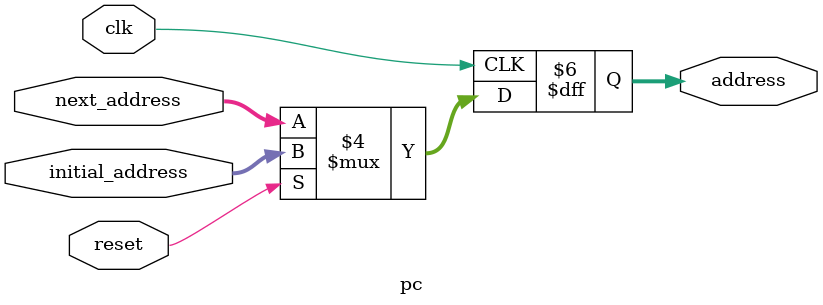
<source format=sv>
module pc (
  input[31:0] next_address,
  input clk,
  input reset,
  input[31:0] initial_address,

  output reg[31:0] address
);

  always @(posedge clk) begin
    if (reset == 1'b1)
      address = initial_address;
    else 
      address = next_address;
  end
  
endmodule
</source>
